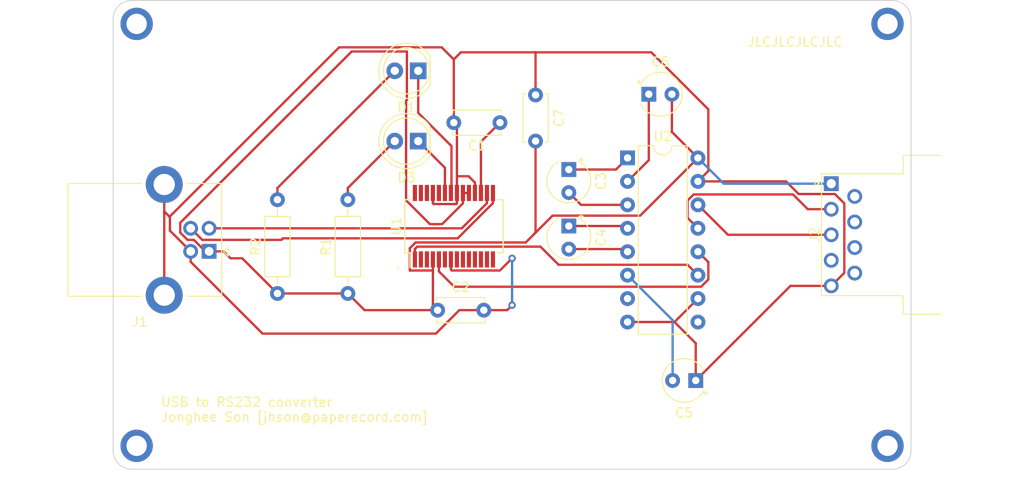
<source format=kicad_pcb>
(kicad_pcb (version 20221018) (generator pcbnew)
  (layers (0 "F.Cu" signal) (31 "B.Cu" signal) (34 "B.Paste" user) (35 "F.Paste" user) (36 "B.SilkS" user "B.Silkscreen") (37 "F.SilkS" user "F.Silkscreen") (38 "B.Mask" user) (39 "F.Mask" user) (44 "Edge.Cuts" user))
  (net 0 "")
  (net 1 "Net-(J1-VBUS)")
  (net 2 "Net-(J1-GND)")
  (net 3 "Net-(U1-3V3OUT)")
  (net 4 "Net-(U2-C1+)")
  (net 5 "Net-(U2-C1-)")
  (net 6 "Net-(U2-C2+)")
  (net 7 "Net-(U2-C2-)")
  (net 8 "Net-(U2-VS-)")
  (net 9 "Net-(U2-VS+)")
  (net 10 "Net-(D1-K)")
  (net 11 "Net-(D1-A)")
  (net 12 "Net-(J1-D-)")
  (net 13 "Net-(J1-D+)")
  (net 14 "Net-(U2-R1IN)")
  (net 22 "Net-(U1-RXD)")
  (net 35 "Net-(U1-TXD)")
  (net 36 "Net-(U2-T1OUT)")
  (net 37 "Net-(D3-K)")
  (net 38 "Net-(D3-A)")
  (footprint "Capacitor_THT:CP_Radial_Tantal_D4.5mm_P2.50mm" (layer "F.Cu") (at 150.919669 100.640331 -90)
    (fp_text reference "C4" (at 1.25 -3.5 -90) (layer "F.SilkS"))
    (fp_text value "10uF")
    (fp_line (start -1.287288 -1.335) (end -0.837288 -1.335) (stroke (width 0.12)) (layer "F.SilkS"))
    (fp_line (start -1.062288 -1.56) (end -1.062288 -1.11) (stroke (width 0.12)) (layer "F.SilkS"))
    (fp_arc (start -0.869741 -1.06) (mid 3.62 0) (end -0.869741 1.06) (stroke (width 0.12)) (layer "F.SilkS"))
    (pad "1" thru_hole rect (at 0 0 270) (size 1.6 1.6) (drill 0.8) (layers "*.Cu" "*.Mask") (net 6 "Net-(U2-C2+)"))
    (pad "2" thru_hole circle (at 2.5 0 270) (size 1.6 1.6) (drill 0.8) (layers "*.Cu" "*.Mask") (net 7 "Net-(U2-C2-)"))
  )
  (footprint "MountingHole:MountingHole_2.2mm_M2_ISO7380_Pad" (layer "F.Cu") (at 185.42 78.74)
    (fp_text reference "REF**" hide)
    (fp_text value "MountingHole_2.2mm_M2_ISO7380_Pad")
    (pad "1" thru_hole circle (at 0 0) (size 3.5 3.5) (drill 2.2) (layers "*.Cu" "*.Mask"))
  )
  (footprint "Connector_Dsub:DSUB-9_Female_Horizontal_P2.77x2.54mm_EdgePinOffset9.40mm" (layer "F.Cu") (at 179.329669 96.05 90)
    (fp_text reference "J2" (at -5.54 -1.8 90) (layer "F.SilkS"))
    (fp_text value "DE9_Plug")
    (fp_line (start -14.15 7.78) (end -12.14 7.78) (stroke (width 0.12)) (layer "F.SilkS"))
    (fp_line (start -14.15 11.88) (end -14.15 7.78) (stroke (width 0.12)) (layer "F.SilkS"))
    (fp_line (start -12.14 -1.06) (end 1.06 -1.06) (stroke (width 0.12)) (layer "F.SilkS"))
    (fp_line (start -12.14 7.78) (end -12.14 -1.06) (stroke (width 0.12)) (layer "F.SilkS"))
    (fp_line (start -0.25 -1.754338) (end 0.25 -1.754338) (stroke (width 0.12)) (layer "F.SilkS"))
    (fp_line (start 0 -1.321325) (end -0.25 -1.754338) (stroke (width 0.12)) (layer "F.SilkS"))
    (fp_line (start 0.25 -1.754338) (end 0 -1.321325) (stroke (width 0.12)) (layer "F.SilkS"))
    (fp_line (start 1.06 -1.06) (end 1.06 7.78) (stroke (width 0.12)) (layer "F.SilkS"))
    (fp_line (start 1.06 7.78) (end 3.07 7.78) (stroke (width 0.12)) (layer "F.SilkS"))
    (fp_line (start 3.07 7.78) (end 3.07 11.88) (stroke (width 0.12)) (layer "F.SilkS"))
    (pad "1" thru_hole rect (at 0 0 90) (size 1.6 1.6) (drill 1) (layers "*.Cu" "*.Mask") (net 1 "Net-(J1-VBUS)"))
    (pad "2" thru_hole circle (at -2.77 0 90) (size 1.6 1.6) (drill 1) (layers "*.Cu" "*.Mask") (net 14 "Net-(U2-R1IN)"))
    (pad "3" thru_hole circle (at -5.54 0 90) (size 1.6 1.6) (drill 1) (layers "*.Cu" "*.Mask") (net 36 "Net-(U2-T1OUT)"))
    (pad "4" thru_hole circle (at -8.31 0 90) (size 1.6 1.6) (drill 1) (layers "*.Cu" "*.Mask"))
    (pad "5" thru_hole circle (at -11.08 0 90) (size 1.6 1.6) (drill 1) (layers "*.Cu" "*.Mask") (net 2 "Net-(J1-GND)"))
    (pad "6" thru_hole circle (at -1.385 2.54 90) (size 1.6 1.6) (drill 1) (layers "*.Cu" "*.Mask"))
    (pad "7" thru_hole circle (at -4.155 2.54 90) (size 1.6 1.6) (drill 1) (layers "*.Cu" "*.Mask"))
    (pad "8" thru_hole circle (at -6.925 2.54 90) (size 1.6 1.6) (drill 1) (layers "*.Cu" "*.Mask"))
    (pad "9" thru_hole circle (at -9.695 2.54 90) (size 1.6 1.6) (drill 1) (layers "*.Cu" "*.Mask"))
  )
  (footprint "Capacitor_THT:CP_Radial_Tantal_D4.5mm_P2.50mm" (layer "F.Cu") (at 150.919669 94.520331 -90)
    (fp_text reference "C3" (at 1.25 -3.5 -90) (layer "F.SilkS"))
    (fp_text value "10uF")
    (fp_line (start -1.287288 -1.335) (end -0.837288 -1.335) (stroke (width 0.12)) (layer "F.SilkS"))
    (fp_line (start -1.062288 -1.56) (end -1.062288 -1.11) (stroke (width 0.12)) (layer "F.SilkS"))
    (fp_arc (start -0.869741 -1.06) (mid 3.62 0) (end -0.869741 1.06) (stroke (width 0.12)) (layer "F.SilkS"))
    (pad "1" thru_hole rect (at 0 0 270) (size 1.6 1.6) (drill 0.8) (layers "*.Cu" "*.Mask") (net 4 "Net-(U2-C1+)"))
    (pad "2" thru_hole circle (at 2.5 0 270) (size 1.6 1.6) (drill 0.8) (layers "*.Cu" "*.Mask") (net 5 "Net-(U2-C1-)"))
  )
  (footprint "LED_THT:LED_D5.0mm" (layer "F.Cu") (at 134.62 83.82 180)
    (fp_text reference "D1" (at 1.27 -3.96) (layer "F.SilkS"))
    (fp_text value "LED")
    (fp_line (start -1.29 -1.545) (end -1.29 1.545) (stroke (width 0.12)) (layer "F.SilkS"))
    (fp_arc (start -1.29 -1.54483) (mid 2.072002 -2.880433) (end 4.26 0.000462) (stroke (width 0.12)) (layer "F.SilkS"))
    (fp_arc (start 4.26 -0.000462) (mid 2.072002 2.880433) (end -1.29 1.54483) (stroke (width 0.12)) (layer "F.SilkS"))
    (fp_circle (center 1.27 0) (end 3.77 0) (stroke (width 0.12)) (fill none) (layer "F.SilkS"))
    (pad "1" thru_hole rect (at 0 0 180) (size 1.8 1.8) (drill 0.9) (layers "*.Cu" "*.Mask") (net 10 "Net-(D1-K)"))
    (pad "2" thru_hole circle (at 2.54 0 180) (size 1.8 1.8) (drill 0.9) (layers "*.Cu" "*.Mask") (net 11 "Net-(D1-A)"))
  )
  (footprint "Capacitor_THT:C_Disc_D5.0mm_W2.5mm_P5.00mm" (layer "F.Cu") (at 143.47 89.440331 180)
    (fp_text reference "C1" (at 2.5 -2.5 180) (layer "F.SilkS"))
    (fp_text value "0.1uF")
    (fp_line (start -0.12 -1.37) (end -0.12 -1.055) (stroke (width 0.12)) (layer "F.SilkS"))
    (fp_line (start -0.12 -1.37) (end 5.12 -1.37) (stroke (width 0.12)) (layer "F.SilkS"))
    (fp_line (start -0.12 1.055) (end -0.12 1.37) (stroke (width 0.12)) (layer "F.SilkS"))
    (fp_line (start -0.12 1.37) (end 5.12 1.37) (stroke (width 0.12)) (layer "F.SilkS"))
    (fp_line (start 5.12 -1.37) (end 5.12 -1.055) (stroke (width 0.12)) (layer "F.SilkS"))
    (fp_line (start 5.12 1.055) (end 5.12 1.37) (stroke (width 0.12)) (layer "F.SilkS"))
    (pad "1" thru_hole circle (at 0 0 180) (size 1.6 1.6) (drill 0.8) (layers "*.Cu" "*.Mask") (net 3 "Net-(U1-3V3OUT)"))
    (pad "2" thru_hole circle (at 5 0 180) (size 1.6 1.6) (drill 0.8) (layers "*.Cu" "*.Mask") (net 2 "Net-(J1-GND)"))
  )
  (footprint "LED_THT:LED_D5.0mm" (layer "F.Cu") (at 134.62 91.44 180)
    (fp_text reference "D3" (at 1.27 -3.96) (layer "F.SilkS"))
    (fp_text value "LED")
    (fp_line (start -1.29 -1.545) (end -1.29 1.545) (stroke (width 0.12)) (layer "F.SilkS"))
    (fp_arc (start -1.29 -1.54483) (mid 2.072002 -2.880433) (end 4.26 0.000462) (stroke (width 0.12)) (layer "F.SilkS"))
    (fp_arc (start 4.26 -0.000462) (mid 2.072002 2.880433) (end -1.29 1.54483) (stroke (width 0.12)) (layer "F.SilkS"))
    (fp_circle (center 1.27 0) (end 3.77 0) (stroke (width 0.12)) (fill none) (layer "F.SilkS"))
    (pad "1" thru_hole rect (at 0 0 180) (size 1.8 1.8) (drill 0.9) (layers "*.Cu" "*.Mask") (net 37 "Net-(D3-K)"))
    (pad "2" thru_hole circle (at 2.54 0 180) (size 1.8 1.8) (drill 0.9) (layers "*.Cu" "*.Mask") (net 38 "Net-(D3-A)"))
  )
  (footprint "Connector_USB:USB_B_Lumberg_2411_02_Horizontal" (layer "F.Cu") (at 111.987169 103.390331 180)
    (fp_text reference "J1" (at 7.5 -7.65) (layer "F.SilkS"))
    (fp_text value "USB_B")
    (fp_line (start -2.05 -0.5) (end -2.05 0.5) (stroke (width 0.12)) (layer "F.SilkS"))
    (fp_line (start -2.05 0.5) (end -1.55 0) (stroke (width 0.12)) (layer "F.SilkS"))
    (fp_line (start -1.55 0) (end -2.05 -0.5) (stroke (width 0.12)) (layer "F.SilkS"))
    (fp_line (start -1.35 -4.86) (end 2.4 -4.86) (stroke (width 0.12)) (layer "F.SilkS"))
    (fp_line (start -1.35 7.36) (end -1.35 -4.86) (stroke (width 0.12)) (layer "F.SilkS"))
    (fp_line (start -1.35 7.36) (end 2.4 7.36) (stroke (width 0.12)) (layer "F.SilkS"))
    (fp_line (start 15.27 -4.86) (end 7.3 -4.86) (stroke (width 0.12)) (layer "F.SilkS"))
    (fp_line (start 15.27 7.36) (end 7.3 7.36) (stroke (width 0.12)) (layer "F.SilkS"))
    (fp_line (start 15.27 7.36) (end 15.27 -4.86) (stroke (width 0.12)) (layer "F.SilkS"))
    (pad "1" thru_hole rect (at 0 0 270) (size 1.6 1.6) (drill 0.95) (layers "*.Cu" "*.Mask") (net 1 "Net-(J1-VBUS)"))
    (pad "2" thru_hole circle (at 0 2.5 270) (size 1.6 1.6) (drill 0.95) (layers "*.Cu" "*.Mask") (net 12 "Net-(J1-D-)"))
    (pad "3" thru_hole circle (at 2 2.5 270) (size 1.6 1.6) (drill 0.95) (layers "*.Cu" "*.Mask") (net 13 "Net-(J1-D+)"))
    (pad "4" thru_hole circle (at 2 0 270) (size 1.6 1.6) (drill 0.95) (layers "*.Cu" "*.Mask") (net 2 "Net-(J1-GND)"))
    (pad "5" thru_hole circle (at 4.86 -4.75 270) (size 4 4) (drill 2.3) (layers "*.Cu" "*.Mask") (net 2 "Net-(J1-GND)"))
    (pad "5" thru_hole circle (at 4.86 7.25 270) (size 4 4) (drill 2.3) (layers "*.Cu" "*.Mask") (net 2 "Net-(J1-GND)"))
  )
  (footprint "Resistor_THT:R_Axial_DIN0207_L6.3mm_D2.5mm_P10.16mm_Horizontal" (layer "F.Cu") (at 119.38 107.95 90)
    (fp_text reference "R2" (at 5.08 -2.37 90) (layer "F.SilkS"))
    (fp_text value "330")
    (fp_line (start 1.04 0) (end 1.81 0) (stroke (width 0.12)) (layer "F.SilkS"))
    (fp_line (start 1.81 -1.37) (end 1.81 1.37) (stroke (width 0.12)) (layer "F.SilkS"))
    (fp_line (start 1.81 1.37) (end 8.35 1.37) (stroke (width 0.12)) (layer "F.SilkS"))
    (fp_line (start 8.35 -1.37) (end 1.81 -1.37) (stroke (width 0.12)) (layer "F.SilkS"))
    (fp_line (start 8.35 1.37) (end 8.35 -1.37) (stroke (width 0.12)) (layer "F.SilkS"))
    (fp_line (start 9.12 0) (end 8.35 0) (stroke (width 0.12)) (layer "F.SilkS"))
    (pad "1" thru_hole circle (at 0 0 90) (size 1.6 1.6) (drill 0.8) (layers "*.Cu" "*.Mask") (net 1 "Net-(J1-VBUS)"))
    (pad "2" thru_hole oval (at 10.16 0 90) (size 1.6 1.6) (drill 0.8) (layers "*.Cu" "*.Mask") (net 11 "Net-(D1-A)"))
  )
  (footprint "Capacitor_THT:C_Disc_D5.0mm_W2.5mm_P5.00mm" (layer "F.Cu") (at 147.32 91.44 90)
    (fp_text reference "C7" (at 2.5 2.54 90) (layer "F.SilkS"))
    (fp_text value "0.1uF")
    (fp_line (start -0.12 -1.37) (end -0.12 -1.055) (stroke (width 0.12)) (layer "F.SilkS"))
    (fp_line (start -0.12 -1.37) (end 5.12 -1.37) (stroke (width 0.12)) (layer "F.SilkS"))
    (fp_line (start -0.12 1.055) (end -0.12 1.37) (stroke (width 0.12)) (layer "F.SilkS"))
    (fp_line (start -0.12 1.37) (end 5.12 1.37) (stroke (width 0.12)) (layer "F.SilkS"))
    (fp_line (start 5.12 -1.37) (end 5.12 -1.055) (stroke (width 0.12)) (layer "F.SilkS"))
    (fp_line (start 5.12 1.055) (end 5.12 1.37) (stroke (width 0.12)) (layer "F.SilkS"))
    (pad "1" thru_hole circle (at 0 0 90) (size 1.6 1.6) (drill 0.8) (layers "*.Cu" "*.Mask") (net 1 "Net-(J1-VBUS)"))
    (pad "2" thru_hole circle (at 5 0 90) (size 1.6 1.6) (drill 0.8) (layers "*.Cu" "*.Mask") (net 2 "Net-(J1-GND)"))
  )
  (footprint "Capacitor_THT:C_Disc_D5.0mm_W2.5mm_P5.00mm" (layer "F.Cu") (at 136.719669 109.760331)
    (fp_text reference "C2" (at 2.5 -2.5) (layer "F.SilkS"))
    (fp_text value "0.1uF")
    (fp_line (start -0.12 -1.37) (end -0.12 -1.055) (stroke (width 0.12)) (layer "F.SilkS"))
    (fp_line (start -0.12 -1.37) (end 5.12 -1.37) (stroke (width 0.12)) (layer "F.SilkS"))
    (fp_line (start -0.12 1.055) (end -0.12 1.37) (stroke (width 0.12)) (layer "F.SilkS"))
    (fp_line (start -0.12 1.37) (end 5.12 1.37) (stroke (width 0.12)) (layer "F.SilkS"))
    (fp_line (start 5.12 -1.37) (end 5.12 -1.055) (stroke (width 0.12)) (layer "F.SilkS"))
    (fp_line (start 5.12 1.055) (end 5.12 1.37) (stroke (width 0.12)) (layer "F.SilkS"))
    (pad "1" thru_hole circle (at 0 0) (size 1.6 1.6) (drill 0.8) (layers "*.Cu" "*.Mask") (net 1 "Net-(J1-VBUS)"))
    (pad "2" thru_hole circle (at 5 0) (size 1.6 1.6) (drill 0.8) (layers "*.Cu" "*.Mask") (net 2 "Net-(J1-GND)"))
  )
  (footprint "Capacitor_THT:CP_Radial_Tantal_D4.5mm_P2.50mm" (layer "F.Cu") (at 159.579669 86.36)
    (fp_text reference "C6" (at 1.25 -3.5) (layer "F.SilkS"))
    (fp_text value "10uF")
    (fp_line (start -1.287288 -1.335) (end -0.837288 -1.335) (stroke (width 0.12)) (layer "F.SilkS"))
    (fp_line (start -1.062288 -1.56) (end -1.062288 -1.11) (stroke (width 0.12)) (layer "F.SilkS"))
    (fp_arc (start -0.869741 -1.06) (mid 3.62 0) (end -0.869741 1.06) (stroke (width 0.12)) (layer "F.SilkS"))
    (pad "1" thru_hole rect (at 0 0) (size 1.6 1.6) (drill 0.8) (layers "*.Cu" "*.Mask") (net 9 "Net-(U2-VS+)"))
    (pad "2" thru_hole circle (at 2.5 0) (size 1.6 1.6) (drill 0.8) (layers "*.Cu" "*.Mask") (net 1 "Net-(J1-VBUS)"))
  )
  (footprint "MountingHole:MountingHole_2.2mm_M2_ISO7380_Pad" (layer "F.Cu") (at 185.42 124.46)
    (fp_text reference "REF**" hide)
    (fp_text value "MountingHole_2.2mm_M2_ISO7380_Pad")
    (pad "1" thru_hole circle (at 0 0) (size 3.5 3.5) (drill 2.2) (layers "*.Cu" "*.Mask"))
  )
  (footprint "Capacitor_THT:CP_Radial_Tantal_D4.5mm_P2.50mm" (layer "F.Cu") (at 164.659669 117.380331 180)
    (fp_text reference "C5" (at 1.25 -3.5 180) (layer "F.SilkS"))
    (fp_text value "10uF")
    (fp_line (start -1.287288 -1.335) (end -0.837288 -1.335) (stroke (width 0.12)) (layer "F.SilkS"))
    (fp_line (start -1.062288 -1.56) (end -1.062288 -1.11) (stroke (width 0.12)) (layer "F.SilkS"))
    (fp_arc (start -0.869741 -1.06) (mid 3.62 0) (end -0.869741 1.06) (stroke (width 0.12)) (layer "F.SilkS"))
    (pad "1" thru_hole rect (at 0 0 180) (size 1.6 1.6) (drill 0.8) (layers "*.Cu" "*.Mask") (net 2 "Net-(J1-GND)"))
    (pad "2" thru_hole circle (at 2.5 0 180) (size 1.6 1.6) (drill 0.8) (layers "*.Cu" "*.Mask") (net 8 "Net-(U2-VS-)"))
  )
  (footprint "MountingHole:MountingHole_2.2mm_M2_ISO7380_Pad" (layer "F.Cu") (at 104.14 78.74)
    (fp_text reference "REF**" hide)
    (fp_text value "MountingHole_2.2mm_M2_ISO7380_Pad")
    (pad "1" thru_hole circle (at 0 0) (size 3.5 3.5) (drill 2.2) (layers "*.Cu" "*.Mask"))
  )
  (footprint "Package_DIP:DIP-16_W7.62mm" (layer "F.Cu") (at 157.279669 93.265331)
    (fp_text reference "U2" (at 3.81 -2.33) (layer "F.SilkS"))
    (fp_text value "MAX232")
    (fp_line (start 1.16 -1.33) (end 1.16 19.11) (stroke (width 0.12)) (layer "F.SilkS"))
    (fp_line (start 1.16 19.11) (end 6.46 19.11) (stroke (width 0.12)) (layer "F.SilkS"))
    (fp_line (start 2.81 -1.33) (end 1.16 -1.33) (stroke (width 0.12)) (layer "F.SilkS"))
    (fp_line (start 6.46 -1.33) (end 4.81 -1.33) (stroke (width 0.12)) (layer "F.SilkS"))
    (fp_line (start 6.46 19.11) (end 6.46 -1.33) (stroke (width 0.12)) (layer "F.SilkS"))
    (fp_arc (start 4.81 -1.33) (mid 3.81 -0.33) (end 2.81 -1.33) (stroke (width 0.12)) (layer "F.SilkS"))
    (pad "1" thru_hole rect (at 0 0) (size 1.6 1.6) (drill 0.8) (layers "*.Cu" "*.Mask") (net 4 "Net-(U2-C1+)"))
    (pad "2" thru_hole oval (at 0 2.54) (size 1.6 1.6) (drill 0.8) (layers "*.Cu" "*.Mask") (net 9 "Net-(U2-VS+)"))
    (pad "3" thru_hole oval (at 0 5.08) (size 1.6 1.6) (drill 0.8) (layers "*.Cu" "*.Mask") (net 5 "Net-(U2-C1-)"))
    (pad "4" thru_hole oval (at 0 7.62) (size 1.6 1.6) (drill 0.8) (layers "*.Cu" "*.Mask") (net 6 "Net-(U2-C2+)"))
    (pad "5" thru_hole oval (at 0 10.16) (size 1.6 1.6) (drill 0.8) (layers "*.Cu" "*.Mask") (net 7 "Net-(U2-C2-)"))
    (pad "6" thru_hole oval (at 0 12.7) (size 1.6 1.6) (drill 0.8) (layers "*.Cu" "*.Mask") (net 8 "Net-(U2-VS-)"))
    (pad "7" thru_hole oval (at 0 15.24) (size 1.6 1.6) (drill 0.8) (layers "*.Cu" "*.Mask"))
    (pad "8" thru_hole oval (at 0 17.78) (size 1.6 1.6) (drill 0.8) (layers "*.Cu" "*.Mask") (net 2 "Net-(J1-GND)"))
    (pad "9" thru_hole oval (at 7.62 17.78) (size 1.6 1.6) (drill 0.8) (layers "*.Cu" "*.Mask"))
    (pad "10" thru_hole oval (at 7.62 15.24) (size 1.6 1.6) (drill 0.8) (layers "*.Cu" "*.Mask") (net 2 "Net-(J1-GND)"))
    (pad "11" thru_hole oval (at 7.62 12.7) (size 1.6 1.6) (drill 0.8) (layers "*.Cu" "*.Mask") (net 35 "Net-(U1-TXD)"))
    (pad "12" thru_hole oval (at 7.62 10.16) (size 1.6 1.6) (drill 0.8) (layers "*.Cu" "*.Mask") (net 22 "Net-(U1-RXD)"))
    (pad "13" thru_hole oval (at 7.62 7.62) (size 1.6 1.6) (drill 0.8) (layers "*.Cu" "*.Mask") (net 14 "Net-(U2-R1IN)"))
    (pad "14" thru_hole oval (at 7.62 5.08) (size 1.6 1.6) (drill 0.8) (layers "*.Cu" "*.Mask") (net 36 "Net-(U2-T1OUT)"))
    (pad "15" thru_hole oval (at 7.62 2.54) (size 1.6 1.6) (drill 0.8) (layers "*.Cu" "*.Mask") (net 2 "Net-(J1-GND)"))
    (pad "16" thru_hole oval (at 7.62 0) (size 1.6 1.6) (drill 0.8) (layers "*.Cu" "*.Mask") (net 1 "Net-(J1-VBUS)"))
  )
  (footprint "MountingHole:MountingHole_2.2mm_M2_ISO7380_Pad" (layer "F.Cu") (at 104.14 124.46)
    (fp_text reference "REF**" hide)
    (fp_text value "MountingHole_2.2mm_M2_ISO7380_Pad")
    (pad "1" thru_hole circle (at 0 0) (size 3.5 3.5) (drill 2.2) (layers "*.Cu" "*.Mask"))
  )
  (footprint "Resistor_THT:R_Axial_DIN0207_L6.3mm_D2.5mm_P10.16mm_Horizontal" (layer "F.Cu") (at 127 107.95 90)
    (fp_text reference "R1" (at 5.08 -2.37 90) (layer "F.SilkS"))
    (fp_text value "330")
    (fp_line (start 1.04 0) (end 1.81 0) (stroke (width 0.12)) (layer "F.SilkS"))
    (fp_line (start 1.81 -1.37) (end 1.81 1.37) (stroke (width 0.12)) (layer "F.SilkS"))
    (fp_line (start 1.81 1.37) (end 8.35 1.37) (stroke (width 0.12)) (layer "F.SilkS"))
    (fp_line (start 8.35 -1.37) (end 1.81 -1.37) (stroke (width 0.12)) (layer "F.SilkS"))
    (fp_line (start 8.35 1.37) (end 8.35 -1.37) (stroke (width 0.12)) (layer "F.SilkS"))
    (fp_line (start 9.12 0) (end 8.35 0) (stroke (width 0.12)) (layer "F.SilkS"))
    (pad "1" thru_hole circle (at 0 0 90) (size 1.6 1.6) (drill 0.8) (layers "*.Cu" "*.Mask") (net 1 "Net-(J1-VBUS)"))
    (pad "2" thru_hole oval (at 10.16 0 90) (size 1.6 1.6) (drill 0.8) (layers "*.Cu" "*.Mask") (net 38 "Net-(D3-A)"))
  )
  (footprint "Package_SO:SSOP-28_5.3x10.2mm_P0.65mm" (layer "F.Cu") (at 138.484669 100.660331 90)
    (fp_text reference "U1" (at 0 -6.25 90) (layer "F.SilkS"))
    (fp_text value "FT232RL")
    (fp_line (start -2.875 -5.325) (end -2.875 -4.75) (stroke (width 0.15)) (layer "F.SilkS"))
    (fp_line (start -2.875 -5.325) (end 2.875 -5.325) (stroke (width 0.15)) (layer "F.SilkS"))
    (fp_line (start -2.875 -4.75) (end -4.475 -4.75) (stroke (width 0.15)) (layer "F.SilkS"))
    (fp_line (start -2.875 5.325) (end -2.875 4.675) (stroke (width 0.15)) (layer "F.SilkS"))
    (fp_line (start -2.875 5.325) (end 2.875 5.325) (stroke (width 0.15)) (layer "F.SilkS"))
    (fp_line (start 2.875 -5.325) (end 2.875 -4.675) (stroke (width 0.15)) (layer "F.SilkS"))
    (fp_line (start 2.875 5.325) (end 2.875 4.675) (stroke (width 0.15)) (layer "F.SilkS"))
    (pad "1" smd rect (at -3.6 -4.225 90) (size 1.75 0.45) (layers "F.Cu" "F.Paste" "F.Mask") (net 35 "Net-(U1-TXD)"))
    (pad "2" smd rect (at -3.6 -3.575 90) (size 1.75 0.45) (layers "F.Cu" "F.Paste" "F.Mask"))
    (pad "3" smd rect (at -3.6 -2.925 90) (size 1.75 0.45) (layers "F.Cu" "F.Paste" "F.Mask"))
    (pad "4" smd rect (at -3.6 -2.275 90) (size 1.75 0.45) (layers "F.Cu" "F.Paste" "F.Mask") (net 1 "Net-(J1-VBUS)"))
    (pad "5" smd rect (at -3.6 -1.625 90) (size 1.75 0.45) (layers "F.Cu" "F.Paste" "F.Mask") (net 22 "Net-(U1-RXD)"))
    (pad "6" smd rect (at -3.6 -0.975 90) (size 1.75 0.45) (layers "F.Cu" "F.Paste" "F.Mask"))
    (pad "7" smd rect (at -3.6 -0.325 90) (size 1.75 0.45) (layers "F.Cu" "F.Paste" "F.Mask") (net 2 "Net-(J1-GND)"))
    (pad "8" smd rect (at -3.6 0.325 90) (size 1.75 0.45) (layers "F.Cu" "F.Paste" "F.Mask"))
    (pad "9" smd rect (at -3.6 0.975 90) (size 1.75 0.45) (layers "F.Cu" "F.Paste" "F.Mask"))
    (pad "10" smd rect (at -3.6 1.625 90) (size 1.75 0.45) (layers "F.Cu" "F.Paste" "F.Mask"))
    (pad "11" smd rect (at -3.6 2.275 90) (size 1.75 0.45) (layers "F.Cu" "F.Paste" "F.Mask"))
    (pad "12" smd rect (at -3.6 2.925 90) (size 1.75 0.45) (layers "F.Cu" "F.Paste" "F.Mask"))
    (pad "13" smd rect (at -3.6 3.575 90) (size 1.75 0.45) (layers "F.Cu" "F.Paste" "F.Mask"))
    (pad "14" smd rect (at -3.6 4.225 90) (size 1.75 0.45) (layers "F.Cu" "F.Paste" "F.Mask"))
    (pad "15" smd rect (at 3.6 4.225 90) (size 1.75 0.45) (layers "F.Cu" "F.Paste" "F.Mask") (net 13 "Net-(J1-D+)"))
    (pad "16" smd rect (at 3.6 3.575 90) (size 1.75 0.45) (layers "F.Cu" "F.Paste" "F.Mask") (net 12 "Net-(J1-D-)"))
    (pad "17" smd rect (at 3.6 2.925 90) (size 1.75 0.45) (layers "F.Cu" "F.Paste" "F.Mask") (net 3 "Net-(U1-3V3OUT)"))
    (pad "18" smd rect (at 3.6 2.275 90) (size 1.75 0.45) (layers "F.Cu" "F.Paste" "F.Mask") (net 2 "Net-(J1-GND)"))
    (pad "19" smd rect (at 3.6 1.625 90) (size 1.75 0.45) (layers "F.Cu" "F.Paste" "F.Mask") (net 1 "Net-(J1-VBUS)"))
    (pad "20" smd rect (at 3.6 0.975 90) (size 1.75 0.45) (layers "F.Cu" "F.Paste" "F.Mask") (net 1 "Net-(J1-VBUS)"))
    (pad "21" smd rect (at 3.6 0.325 90) (size 1.75 0.45) (layers "F.Cu" "F.Paste" "F.Mask") (net 2 "Net-(J1-GND)"))
    (pad "22" smd rect (at 3.6 -0.325 90) (size 1.75 0.45) (layers "F.Cu" "F.Paste" "F.Mask") (net 10 "Net-(D1-K)"))
    (pad "23" smd rect (at 3.6 -0.975 90) (size 1.75 0.45) (layers "F.Cu" "F.Paste" "F.Mask") (net 37 "Net-(D3-K)"))
    (pad "24" smd rect (at 3.6 -1.625 90) (size 1.75 0.45) (layers "F.Cu" "F.Paste" "F.Mask"))
    (pad "25" smd rect (at 3.6 -2.275 90) (size 1.75 0.45) (layers "F.Cu" "F.Paste" "F.Mask") (net 2 "Net-(J1-GND)"))
    (pad "26" smd rect (at 3.6 -2.925 90) (size 1.75 0.45) (layers "F.Cu" "F.Paste" "F.Mask"))
    (pad "27" smd rect (at 3.6 -3.575 90) (size 1.75 0.45) (layers "F.Cu" "F.Paste" "F.Mask"))
    (pad "28" smd rect (at 3.6 -4.225 90) (size 1.75 0.45) (layers "F.Cu" "F.Paste" "F.Mask"))
  )
  (gr_arc (start 103.6 127) (mid 102.185786 126.414214) (end 101.6 125) (stroke (width 0.1)) (layer "Edge.Cuts"))
  (gr_line (start 101.6 125) (end 101.6 78.2) (stroke (width 0.1)) (layer "Edge.Cuts"))
  (gr_line (start 185.96 127) (end 103.6 127) (stroke (width 0.1)) (layer "Edge.Cuts"))
  (gr_line (start 187.96 78.2) (end 187.96 125) (stroke (width 0.1)) (layer "Edge.Cuts"))
  (gr_line (start 103.6 76.2) (end 185.96 76.2) (stroke (width 0.1)) (layer "Edge.Cuts"))
  (gr_arc (start 101.6 78.2) (mid 102.185786 76.785786) (end 103.6 76.2) (stroke (width 0.1)) (layer "Edge.Cuts"))
  (gr_arc (start 185.96 76.2) (mid 187.374214 76.785786) (end 187.96 78.2) (stroke (width 0.1)) (layer "Edge.Cuts"))
  (gr_arc (start 187.96 125) (mid 187.374214 126.414214) (end 185.96 127) (stroke (width 0.1)) (layer "Edge.Cuts"))
  (gr_text "." (at 132.08 105.41) (layer "F.SilkS") (effects (font (size 1 1)) (justify left bottom)))
  (gr_text "USB to RS232 converter\nJonghee Son [jhson@paperecord.com]" (at 106.68 121.92) (layer "F.SilkS") (effects (font (size 1 1)) (justify left bottom)))
  (gr_text "JLCJLCJLCJLC" (at 170.18 81.28) (layer "F.SilkS") (effects (font (size 1 1)) (justify left bottom)))
  (segment (start 133.709669 105.460331) (end 136.134669 105.460331) (width 0.25) (layer "F.Cu") (net 1))
  (segment (start 135.889669 100.440331) (end 133.294669 97.845331) (width 0.25) (layer "F.Cu") (net 1))
  (segment (start 108.862169 101.356322) (end 109.646178 102.140331) (width 0.25) (layer "F.Cu") (net 1))
  (segment (start 146.254669 102.425331) (end 134.333273 102.425331) (width 0.25) (layer "F.Cu") (net 1))
  (segment (start 127 107.95) (end 128.810331 109.760331) (width 0.25) (layer "F.Cu") (net 1))
  (segment (start 111.57816 103.390331) (end 110.32816 102.140331) (width 0.25) (layer "F.Cu") (net 1))
  (segment (start 136.209669 105.385331) (end 136.209669 104.260331) (width 0.25) (layer "F.Cu") (net 1))
  (segment (start 147.32 91.44) (end 147.32 101.36) (width 0.25) (layer "F.Cu") (net 1))
  (segment (start 119.38 107.95) (end 127 107.95) (width 0.25) (layer "F.Cu") (net 1))
  (segment (start 113.550331 103.390331) (end 114.3 104.14) (width 0.25) (layer "F.Cu") (net 1))
  (segment (start 139.459669 97.060331) (end 139.459669 98.185331) (width 0.25) (layer "F.Cu") (net 1))
  (segment (start 108.862169 100.283935) (end 108.862169 101.356322) (width 0.25) (layer "F.Cu") (net 1))
  (segment (start 111.987169 103.390331) (end 111.57816 103.390331) (width 0.25) (layer "F.Cu") (net 1))
  (segment (start 136.209669 109.250331) (end 136.719669 109.760331) (width 0.25) (layer "F.Cu") (net 1))
  (segment (start 133.395 81.73) (end 127.416104 81.73) (width 0.25) (layer "F.Cu") (net 1))
  (segment (start 136.209669 105.385331) (end 136.209669 109.250331) (width 0.25) (layer "F.Cu") (net 1))
  (segment (start 136.719669 109.760331) (end 128.810331 109.760331) (width 0.25) (layer "F.Cu") (net 1))
  (segment (start 127.416104 81.73) (end 108.862169 100.283935) (width 0.25) (layer "F.Cu") (net 1))
  (segment (start 109.646178 102.140331) (end 110.32816 102.140331) (width 0.25) (layer "F.Cu") (net 1))
  (segment (start 147.2 101.48) (end 146.254669 102.425331) (width 0.25) (layer "F.Cu") (net 1))
  (segment (start 133.294669 97.845331) (end 133.305 97.835) (width 0.25) (layer "F.Cu") (net 1))
  (segment (start 134.333273 102.425331) (end 133.709669 103.048935) (width 0.25) (layer "F.Cu") (net 1))
  (segment (start 149.164669 99.515331) (end 147.2 101.48) (width 0.25) (layer "F.Cu") (net 1))
  (segment (start 111.987169 103.390331) (end 113.550331 103.390331) (width 0.25) (layer "F.Cu") (net 1))
  (segment (start 162.079669 86.36) (end 162.079669 90.445331) (width 0.25) (layer "F.Cu") (net 1))
  (segment (start 133.305 97.835) (end 133.305 87.065662) (width 0.25) (layer "F.Cu") (net 1))
  (segment (start 133.709669 103.048935) (end 133.709669 105.460331) (width 0.25) (layer "F.Cu") (net 1))
  (segment (start 136.134669 105.460331) (end 136.209669 105.385331) (width 0.25) (layer "F.Cu") (net 1))
  (segment (start 133.305 87.065662) (end 133.395 86.975662) (width 0.25) (layer "F.Cu") (net 1))
  (segment (start 114.3 104.14) (end 115.57 104.14) (width 0.25) (layer "F.Cu") (net 1))
  (segment (start 139.459669 97.060331) (end 140.109669 97.060331) (width 0.25) (layer "F.Cu") (net 1))
  (segment (start 133.395 86.975662) (end 133.395 81.73) (width 0.25) (layer "F.Cu") (net 1))
  (segment (start 115.57 104.14) (end 119.38 107.95) (width 0.25) (layer "F.Cu") (net 1))
  (segment (start 164.899669 93.265331) (end 158.649669 99.515331) (width 0.25) (layer "F.Cu") (net 1))
  (segment (start 139.459669 98.185331) (end 137.204669 100.440331) (width 0.25) (layer "F.Cu") (net 1))
  (segment (start 162.079669 90.445331) (end 164.899669 93.265331) (width 0.25) (layer "F.Cu") (net 1))
  (segment (start 137.204669 100.440331) (end 135.889669 100.440331) (width 0.25) (layer "F.Cu") (net 1))
  (segment (start 147.32 101.36) (end 147.2 101.48) (width 0.25) (layer "F.Cu") (net 1))
  (segment (start 158.649669 99.515331) (end 149.164669 99.515331) (width 0.25) (layer "F.Cu") (net 1))
  (segment (start 167.684338 96.05) (end 179.329669 96.05) (width 0.25) (layer "B.Cu") (net 1))
  (segment (start 167.684338 96.05) (end 164.899669 93.265331) (width 0.25) (layer "B.Cu") (net 1))
  (segment (start 179.725 97.175) (end 180.744669 98.194669) (width 0.25) (layer "F.Cu") (net 2))
  (segment (start 107.739669 101.142831) (end 107.739669 99.600331) (width 0.25) (layer "F.Cu") (net 2))
  (segment (start 138.47 82.59) (end 139.239669 81.820331) (width 0.25) (layer "F.Cu") (net 2))
  (segment (start 144.78 104.14) (end 143.459669 105.460331) (width 0.25) (layer "F.Cu") (net 2))
  (segment (start 136.284669 98.260331) (end 138.734669 98.260331) (width 0.25) (layer "F.Cu") (net 2))
  (segment (start 136.528197 112.300331) (end 139.068197 109.760331) (width 0.25) (layer "F.Cu") (net 2))
  (segment (start 136.528197 112.300331) (end 117.765799 112.300331) (width 0.25) (layer "F.Cu") (net 2))
  (segment (start 174.91 107.13) (end 164.659669 117.380331) (width 0.25) (layer "F.Cu") (net 2))
  (segment (start 139.068197 109.760331) (end 141.719669 109.760331) (width 0.25) (layer "F.Cu") (net 2))
  (segment (start 138.809669 89.78) (end 138.809669 95.25) (width 0.25) (layer "F.Cu") (net 2))
  (segment (start 162.359669 111.045331) (end 164.659669 113.345331) (width 0.25) (layer "F.Cu") (net 2))
  (segment (start 166.024669 87.997183) (end 166.024669 94.680331) (width 0.25) (layer "F.Cu") (net 2))
  (segment (start 107.739669 99.600331) (end 126.06 81.28) (width 0.25) (layer "F.Cu") (net 2))
  (segment (start 136.209669 97.060331) (end 136.209669 98.185331) (width 0.25) (layer "F.Cu") (net 2))
  (segment (start 107.127169 99.06) (end 107.127169 108.140331) (width 0.25) (layer "F.Cu") (net 2))
  (segment (start 174.91 107.13) (end 179.329669 107.13) (width 0.25) (layer "F.Cu") (net 2))
  (segment (start 107.127169 96.140331) (end 107.127169 99.06) (width 0.25) (layer "F.Cu") (net 2))
  (segment (start 147.32 81.820331) (end 159.847817 81.820331) (width 0.25) (layer "F.Cu") (net 2))
  (segment (start 144.239669 109.760331) (end 141.719669 109.760331) (width 0.25) (layer "F.Cu") (net 2))
  (segment (start 180.744669 98.194669) (end 180.744669 105.715) (width 0.25) (layer "F.Cu") (net 2))
  (segment (start 164.899669 95.805331) (end 174.434009 95.805331) (width 0.25) (layer "F.Cu") (net 2))
  (segment (start 174.434009 95.805331) (end 175.803678 97.175) (width 0.25) (layer "F.Cu") (net 2))
  (segment (start 139.239669 81.820331) (end 147.32 81.820331) (width 0.25) (layer "F.Cu") (net 2))
  (segment (start 138.259669 105.460331) (end 138.159669 105.360331) (width 0.25) (layer "F.Cu") (net 2))
  (segment (start 162.359669 111.045331) (end 164.899669 108.505331) (width 0.25) (layer "F.Cu") (net 2))
  (segment (start 140.074338 95.25) (end 138.809669 95.25) (width 0.25) (layer "F.Cu") (net 2))
  (segment (start 147.32 81.820331) (end 147.32 86.44) (width 0.25) (layer "F.Cu") (net 2))
  (segment (start 117.765799 112.300331) (end 109.987169 104.521701) (width 0.25) (layer "F.Cu") (net 2))
  (segment (start 107.739669 99.600331) (end 107.6675 99.600331) (width 0.25) (layer "F.Cu") (net 2))
  (segment (start 175.803678 97.175) (end 179.725 97.175) (width 0.25) (layer "F.Cu") (net 2))
  (segment (start 159.847817 81.820331) (end 166.024669 87.997183) (width 0.25) (layer "F.Cu") (net 2))
  (segment (start 138.809669 98.185331) (end 138.809669 97.060331) (width 0.25) (layer "F.Cu") (net 2))
  (segment (start 136.209669 98.185331) (end 136.284669 98.260331) (width 0.25) (layer "F.Cu") (net 2))
  (segment (start 107.6675 99.600331) (end 107.127169 99.06) (width 0.25) (layer "F.Cu") (net 2))
  (segment (start 138.734669 98.260331) (end 138.809669 98.185331) (width 0.25) (layer "F.Cu") (net 2))
  (segment (start 109.987169 103.390331) (end 107.739669 101.142831) (width 0.25) (layer "F.Cu") (net 2))
  (segment (start 109.987169 104.521701) (end 109.987169 103.390331) (width 0.25) (layer "F.Cu") (net 2))
  (segment (start 126.06 81.28) (end 137.16 81.28) (width 0.25) (layer "F.Cu") (net 2))
  (segment (start 144.78 109.22) (end 144.239669 109.760331) (width 0.25) (layer "F.Cu") (net 2))
  (segment (start 140.759669 95.935331) (end 140.074338 95.25) (width 0.25) (layer "F.Cu") (net 2))
  (segment (start 138.809669 95.25) (end 138.809669 97.060331) (width 0.25) (layer "F.Cu") (net 2))
  (segment (start 164.659669 113.345331) (end 164.659669 117.380331) (width 0.25) (layer "F.Cu") (net 2))
  (segment (start 138.47 89.440331) (end 138.809669 89.78) (width 0.25) (layer "F.Cu") (net 2))
  (segment (start 138.47 82.59) (end 138.47 89.440331) (width 0.25) (layer "F.Cu") (net 2))
  (segment (start 138.159669 105.360331) (end 138.159669 104.260331) (width 0.25) (layer "F.Cu") (net 2))
  (segment (start 157.279669 111.045331) (end 162.359669 111.045331) (width 0.25) (layer "F.Cu") (net 2))
  (segment (start 140.759669 97.060331) (end 140.759669 95.935331) (width 0.25) (layer "F.Cu") (net 2))
  (segment (start 143.459669 105.460331) (end 138.259669 105.460331) (width 0.25) (layer "F.Cu") (net 2))
  (segment (start 180.744669 105.715) (end 179.329669 107.13) (width 0.25) (layer "F.Cu") (net 2))
  (segment (start 166.024669 94.680331) (end 164.899669 95.805331) (width 0.25) (layer "F.Cu") (net 2))
  (segment (start 137.16 81.28) (end 138.47 82.59) (width 0.25) (layer "F.Cu") (net 2))
  (via (at 144.78 104.14) (size 0.8) (drill 0.4) (layers "F.Cu" "B.Cu") (net 2))
  (via (at 144.78 109.22) (size 0.8) (drill 0.4) (layers "F.Cu" "B.Cu") (net 2))
  (segment (start 144.78 104.14) (end 144.78 109.22) (width 0.25) (layer "B.Cu") (net 2))
  (segment (start 141.409669 91.500662) (end 141.409669 97.060331) (width 0.25) (layer "F.Cu") (net 3))
  (segment (start 143.47 89.440331) (end 141.409669 91.500662) (width 0.25) (layer "F.Cu") (net 3))
  (segment (start 150.919669 94.520331) (end 156.024669 94.520331) (width 0.25) (layer "F.Cu") (net 4))
  (segment (start 156.024669 94.520331) (end 157.279669 93.265331) (width 0.25) (layer "F.Cu") (net 4))
  (segment (start 152.244669 98.345331) (end 157.279669 98.345331) (width 0.25) (layer "F.Cu") (net 5))
  (segment (start 150.919669 97.020331) (end 152.244669 98.345331) (width 0.25) (layer "F.Cu") (net 5))
  (segment (start 157.034669 100.640331) (end 157.279669 100.885331) (width 0.25) (layer "F.Cu") (net 6))
  (segment (start 150.919669 100.640331) (end 157.034669 100.640331) (width 0.25) (layer "F.Cu") (net 6))
  (segment (start 150.919669 103.140331) (end 156.994669 103.140331) (width 0.25) (layer "F.Cu") (net 7))
  (segment (start 156.994669 103.140331) (end 157.279669 103.425331) (width 0.25) (layer "F.Cu") (net 7))
  (segment (start 162.159669 110.845331) (end 162.159669 117.380331) (width 0.25) (layer "B.Cu") (net 8))
  (segment (start 157.279669 105.965331) (end 162.159669 110.845331) (width 0.25) (layer "B.Cu") (net 8))
  (segment (start 159.579669 93.505331) (end 159.579669 86.36) (width 0.25) (layer "F.Cu") (net 9))
  (segment (start 159.579669 93.505331) (end 157.279669 95.805331) (width 0.25) (layer "F.Cu") (net 9))
  (segment (start 138.219669 91.980331) (end 138.219669 97.060331) (width 0.25) (layer "F.Cu") (net 10))
  (segment (start 138.219669 97.060331) (end 138.159669 97.060331) (width 0.25) (layer "F.Cu") (net 10))
  (segment (start 134.62 88.380662) (end 134.62 83.82) (width 0.25) (layer "F.Cu") (net 10))
  (segment (start 138.219669 91.980331) (end 134.62 88.380662) (width 0.25) (layer "F.Cu") (net 10))
  (segment (start 119.38 96.52) (end 119.38 97.79) (width 0.25) (layer "F.Cu") (net 11))
  (segment (start 132.08 83.82) (end 119.38 96.52) (width 0.25) (layer "F.Cu") (net 11))
  (segment (start 142.059669 97.060331) (end 142.059669 98.160331) (width 0.25) (layer "F.Cu") (net 12))
  (segment (start 139.329669 100.890331) (end 111.987169 100.890331) (width 0.25) (layer "F.Cu") (net 12))
  (segment (start 142.059669 98.160331) (end 139.329669 100.890331) (width 0.25) (layer "F.Cu") (net 12))
  (segment (start 109.987169 100.890331) (end 111.237169 102.140331) (width 0.25) (layer "F.Cu") (net 13))
  (segment (start 111.237169 102.140331) (end 119.808678 102.140331) (width 0.25) (layer "F.Cu") (net 13))
  (segment (start 119.808678 102.140331) (end 119.973678 101.975331) (width 0.25) (layer "F.Cu") (net 13))
  (segment (start 119.973678 101.975331) (end 138.894669 101.975331) (width 0.25) (layer "F.Cu") (net 13))
  (segment (start 138.894669 101.975331) (end 142.709669 98.160331) (width 0.25) (layer "F.Cu") (net 13))
  (segment (start 142.709669 98.160331) (end 142.709669 97.060331) (width 0.25) (layer "F.Cu") (net 13))
  (segment (start 175.19 97.220331) (end 176.789669 98.82) (width 0.25) (layer "F.Cu") (net 14))
  (segment (start 163.774669 97.87934) (end 164.433678 97.220331) (width 0.25) (layer "F.Cu") (net 14))
  (segment (start 163.774669 99.760331) (end 163.774669 97.87934) (width 0.25) (layer "F.Cu") (net 14))
  (segment (start 164.899669 100.885331) (end 163.774669 99.760331) (width 0.25) (layer "F.Cu") (net 14))
  (segment (start 164.433678 97.220331) (end 175.19 97.220331) (width 0.25) (layer "F.Cu") (net 14))
  (segment (start 176.789669 98.82) (end 179.329669 98.82) (width 0.25) (layer "F.Cu") (net 14))
  (segment (start 166.024669 106.431322) (end 165.23566 107.220331) (width 0.25) (layer "F.Cu") (net 22))
  (segment (start 165.23566 107.220331) (end 138.519669 107.220331) (width 0.25) (layer "F.Cu") (net 22))
  (segment (start 166.024669 104.550331) (end 166.024669 106.431322) (width 0.25) (layer "F.Cu") (net 22))
  (segment (start 138.519669 107.220331) (end 136.859669 105.560331) (width 0.25) (layer "F.Cu") (net 22))
  (segment (start 136.859669 105.560331) (end 136.859669 104.260331) (width 0.25) (layer "F.Cu") (net 22))
  (segment (start 164.899669 103.425331) (end 166.024669 104.550331) (width 0.25) (layer "F.Cu") (net 22))
  (segment (start 163.774669 104.840331) (end 164.899669 105.965331) (width 0.25) (layer "F.Cu") (net 35))
  (segment (start 134.259669 103.135331) (end 134.519669 102.875331) (width 0.25) (layer "F.Cu") (net 35))
  (segment (start 134.259669 104.260331) (end 134.259669 103.135331) (width 0.25) (layer "F.Cu") (net 35))
  (segment (start 134.519669 102.875331) (end 147.85 102.875331) (width 0.25) (layer "F.Cu") (net 35))
  (segment (start 147.85 102.875331) (end 149.815 104.840331) (width 0.25) (layer "F.Cu") (net 35))
  (segment (start 149.815 104.840331) (end 163.774669 104.840331) (width 0.25) (layer "F.Cu") (net 35))
  (segment (start 168.144338 101.59) (end 179.329669 101.59) (width 0.25) (layer "F.Cu") (net 36))
  (segment (start 168.144338 101.59) (end 164.899669 98.345331) (width 0.25) (layer "F.Cu") (net 36))
  (segment (start 134.62 91.44) (end 137.509669 94.329669) (width 0.25) (layer "F.Cu") (net 37))
  (segment (start 137.509669 94.329669) (end 137.509669 97.060331) (width 0.25) (layer "F.Cu") (net 37))
  (segment (start 127 97.79) (end 127 96.52) (width 0.25) (layer "F.Cu") (net 38))
  (segment (start 127 96.52) (end 132.08 91.44) (width 0.25) (layer "F.Cu") (net 38))
)
</source>
